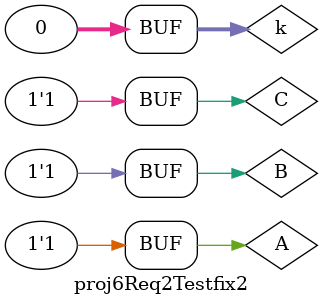
<source format=v>
`timescale 1ns / 1ps


module proj6Req2Testfix2;

reg A, B, C; // Inputs
wire X; // Outputs

// Instantiating the CUT
EE214_Proj6Req2 cut(
    .A(A),
    .B(B),
    .C(C),
    .X(X)
);

integer k = 0;

// Input Stimulus
initial
begin
    A = 0;
    B = 0;
    C = 0;


#20 A = 1;
#20 C = 1;
#20 B = 0;
#80 B = 1;


end
endmodule

</source>
